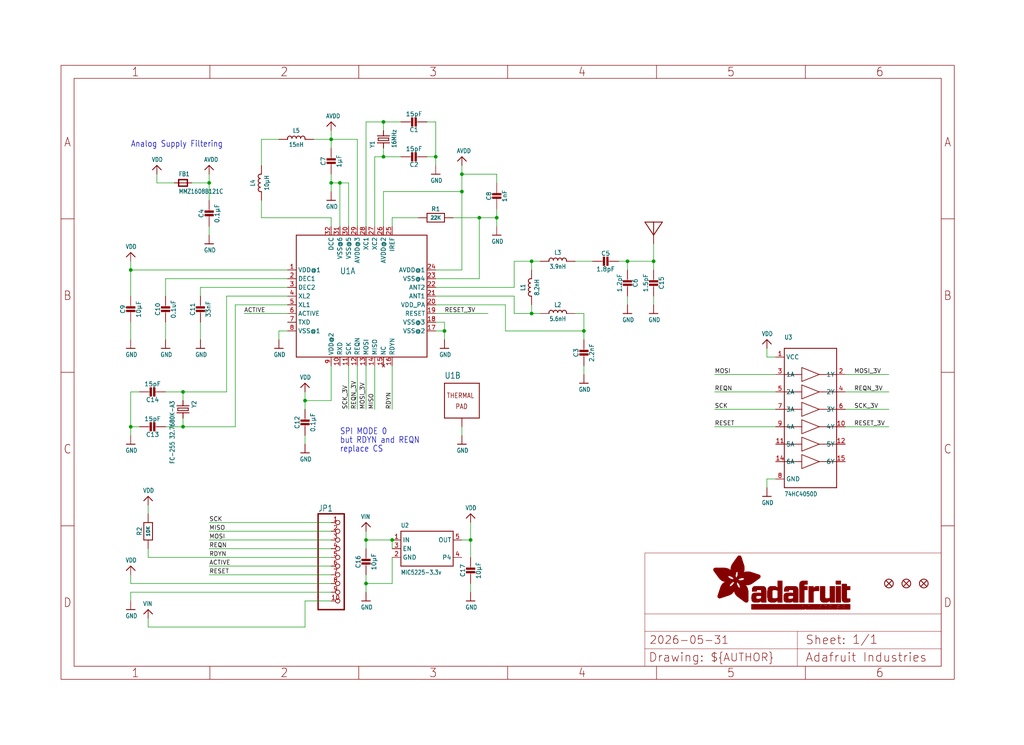
<source format=kicad_sch>
(kicad_sch (version 20230121) (generator eeschema)
  (paper "User" 298.45 217.322)
  (lib_symbols
    (symbol "working-eagle-import:74HC4050DTSSOP"
      (property "Reference" "U" (at -7.62 22.86 0))
      (symbol "74HC4050DTSSOP_1_0"
        (pin bidirectional line (at -10.16 17.78 0) (length 2.54) (name "VCC") (number "1"))
        (pin bidirectional line (at 10.16 -2.54 180) (length 2.54) (name "4Y") (number "10"))
        (pin bidirectional line (at -10.16 -7.62 0) (length 2.54) (name "5A") (number "11"))
        (pin bidirectional line (at 10.16 -7.62 180) (length 2.54) (name "5Y") (number "12"))
        (pin bidirectional line (at -10.16 -12.7 0) (length 2.54) (name "6A") (number "14"))
        (pin bidirectional line (at 10.16 -12.7 180) (length 2.54) (name "6Y") (number "15"))
        (pin bidirectional line (at 10.16 12.7 180) (length 2.54) (name "1Y") (number "2"))
        (pin bidirectional line (at -10.16 12.7 0) (length 2.54) (name "1A") (number "3"))
        (pin bidirectional line (at 10.16 7.62 180) (length 2.54) (name "2Y") (number "4"))
        (pin bidirectional line (at -10.16 7.62 0) (length 2.54) (name "2A") (number "5"))
        (pin bidirectional line (at 10.16 2.54 180) (length 2.54) (name "3Y") (number "6"))
        (pin bidirectional line (at -10.16 2.54 0) (length 2.54) (name "3A") (number "7"))
        (pin bidirectional line (at -10.16 -17.78 0) (length 2.54) (name "GND") (number "8"))
        (pin bidirectional line (at -10.16 -2.54 0) (length 2.54) (name "4A") (number "9"))
      )
    )
    (symbol "working-eagle-import:ANTENNA_PCBNRF8001_1.6MM"
      (symbol "ANTENNA_PCBNRF8001_1.6MM_1_0"
        (pin passive line (at 0 -2.54 90) (length 2.54) (name "P$1") (number "FEED"))
      )
    )
    (symbol "working-eagle-import:AVDD" (power)
      (property "Value" "AVDD" (at -1.524 1.016 0))
      (symbol "AVDD_1_0"
        (pin power_in line (at 0 -2.54 90) (length 2.54) (name "AVDD") (number "1"))
      )
    )
    (symbol "working-eagle-import:CAP_CERAMIC0805-NOOUTLINE"
      (property "Reference" "C" (at -2.29 1.25 90))
      (symbol "CAP_CERAMIC0805-NOOUTLINE_1_0"
        (pin passive line (at 0 5.08 270) (length 2.54) (name "1") (number "1"))
        (pin passive line (at 0 -2.54 90) (length 2.54) (name "2") (number "2"))
      )
    )
    (symbol "working-eagle-import:CAP_CERAMIC_0402"
      (property "Reference" "C" (at -2.29 1.25 90))
      (symbol "CAP_CERAMIC_0402_1_0"
        (pin passive line (at 0 5.08 270) (length 2.54) (name "1") (number "1"))
        (pin passive line (at 0 -2.54 90) (length 2.54) (name "2") (number "2"))
      )
    )
    (symbol "working-eagle-import:CAP_CERAMIC_0402MP"
      (property "Reference" "C" (at -2.29 1.25 90))
      (symbol "CAP_CERAMIC_0402MP_1_0"
        (pin passive line (at 0 5.08 270) (length 2.54) (name "1") (number "1"))
        (pin passive line (at 0 -2.54 90) (length 2.54) (name "2") (number "2"))
      )
    )
    (symbol "working-eagle-import:CAP_CERAMIC_0603"
      (property "Reference" "C" (at -2.29 1.25 90))
      (symbol "CAP_CERAMIC_0603_1_0"
        (pin passive line (at 0 5.08 270) (length 2.54) (name "1") (number "1"))
        (pin passive line (at 0 -2.54 90) (length 2.54) (name "2") (number "2"))
      )
    )
    (symbol "working-eagle-import:CRYSTAL3.2X2.5"
      (property "Reference" "Y" (at -2.54 2.54 0))
      (symbol "CRYSTAL3.2X2.5_1_0"
        (pin passive line (at -2.54 0 0) (length 0) (name "1") (number "1"))
        (pin passive line (at 2.54 0 180) (length 0) (name "2") (number "2"))
      )
    )
    (symbol "working-eagle-import:CRYSTAL8.0X3.8"
      (property "Reference" "Y" (at -2.54 2.54 0))
      (symbol "CRYSTAL8.0X3.8_1_0"
        (pin passive line (at -2.54 0 0) (length 0) (name "1") (number "P$1"))
        (pin passive line (at 2.54 0 180) (length 0) (name "2") (number "P$4"))
      )
    )
    (symbol "working-eagle-import:FERRITE0805"
      (property "Reference" "FB" (at -1.27 1.905 0))
      (symbol "FERRITE0805_1_0"
        (pin passive line (at -2.54 0 0) (length 2.54) (name "P$1") (number "1"))
        (pin passive line (at 2.54 0 180) (length 2.54) (name "P$2") (number "2"))
      )
    )
    (symbol "working-eagle-import:FIDUCIAL{dblquote}{dblquote}")
    (symbol "working-eagle-import:FRAME_A4_ADAFRUIT"
      (symbol "FRAME_A4_ADAFRUIT_1_0"
        (text "${#}/${##}" (at 230.505 10.16 0) (effects (font (size 2.54 2.54)) (justify left bottom)))
        (text "${AUTHOR}" (at 189.23 5.08 0) (effects (font (size 2.286 2.286)) (justify left bottom)))
        (text "${CURRENT_DATE}" (at 171.45 10.16 0) (effects (font (size 2.286 2.286)) (justify left bottom)))
        (text "${PROJECTNAME}" (at 171.45 15.24 0) (effects (font (size 2.54 2.54)) (justify left bottom)))
        (text "1" (at 21.6958 1.905 0) (effects (font (size 2.54 2.286))))
        (text "1" (at 21.6958 177.165 0) (effects (font (size 2.54 2.286))))
        (text "2" (at 65.0875 1.905 0) (effects (font (size 2.54 2.286))))
        (text "2" (at 65.0875 177.165 0) (effects (font (size 2.54 2.286))))
        (text "3" (at 108.4792 1.905 0) (effects (font (size 2.54 2.286))))
        (text "3" (at 108.4792 177.165 0) (effects (font (size 2.54 2.286))))
        (text "4" (at 151.8708 1.905 0) (effects (font (size 2.54 2.286))))
        (text "4" (at 151.8708 177.165 0) (effects (font (size 2.54 2.286))))
        (text "5" (at 195.2625 1.905 0) (effects (font (size 2.54 2.286))))
        (text "5" (at 195.2625 177.165 0) (effects (font (size 2.54 2.286))))
        (text "6" (at 238.6542 1.905 0) (effects (font (size 2.54 2.286))))
        (text "6" (at 238.6542 177.165 0) (effects (font (size 2.54 2.286))))
        (text "A" (at 1.905 156.6863 0) (effects (font (size 2.54 2.286))))
        (text "A" (at 258.445 156.6863 0) (effects (font (size 2.54 2.286))))
        (text "Adafruit Industries" (at 216.916 4.953 0) (effects (font (size 2.54 2.54)) (justify left bottom)))
        (text "B" (at 1.905 111.9188 0) (effects (font (size 2.54 2.286))))
        (text "B" (at 258.445 111.9188 0) (effects (font (size 2.54 2.286))))
        (text "C" (at 1.905 67.1513 0) (effects (font (size 2.54 2.286))))
        (text "C" (at 258.445 67.1513 0) (effects (font (size 2.54 2.286))))
        (text "D" (at 1.905 22.3838 0) (effects (font (size 2.54 2.286))))
        (text "D" (at 258.445 22.3838 0) (effects (font (size 2.54 2.286))))
        (text "Drawing:" (at 171.196 4.953 0) (effects (font (size 2.54 2.54)) (justify left bottom)))
        (text "Sheet:" (at 216.916 10.033 0) (effects (font (size 2.54 2.54)) (justify left bottom)))
      )
    )
    (symbol "working-eagle-import:GND" (power)
      (property "Value" "GND" (at -1.524 -2.54 0))
      (symbol "GND_1_0"
        (pin power_in line (at 0 2.54 270) (length 2.54) (name "GND") (number "1"))
      )
    )
    (symbol "working-eagle-import:HEADER-1X1070MIL"
      (property "Reference" "JP" (at -6.35 13.335 0))
      (symbol "HEADER-1X1070MIL_1_0"
        (pin passive inverted (at -2.54 10.16 0) (length 2.54) (name "1") (number "1"))
        (pin passive inverted (at -2.54 -12.7 0) (length 2.54) (name "10") (number "10"))
        (pin passive inverted (at -2.54 7.62 0) (length 2.54) (name "2") (number "2"))
        (pin passive inverted (at -2.54 5.08 0) (length 2.54) (name "3") (number "3"))
        (pin passive inverted (at -2.54 2.54 0) (length 2.54) (name "4") (number "4"))
        (pin passive inverted (at -2.54 0 0) (length 2.54) (name "5") (number "5"))
        (pin passive inverted (at -2.54 -2.54 0) (length 2.54) (name "6") (number "6"))
        (pin passive inverted (at -2.54 -5.08 0) (length 2.54) (name "7") (number "7"))
        (pin passive inverted (at -2.54 -7.62 0) (length 2.54) (name "8") (number "8"))
        (pin passive inverted (at -2.54 -10.16 0) (length 2.54) (name "9") (number "9"))
      )
    )
    (symbol "working-eagle-import:INDUCTOR_0402"
      (property "Reference" "L" (at 0 2.54 0))
      (symbol "INDUCTOR_0402_1_0"
        (pin passive line (at -5.08 0 0) (length 2.54) (name "1") (number "1"))
        (pin passive line (at 5.08 0 180) (length 2.54) (name "2") (number "2"))
      )
    )
    (symbol "working-eagle-import:INDUCTOR_0603"
      (property "Reference" "L" (at 0 2.54 0))
      (symbol "INDUCTOR_0603_1_0"
        (pin passive line (at -5.08 0 0) (length 2.54) (name "1") (number "1"))
        (pin passive line (at 5.08 0 180) (length 2.54) (name "2") (number "2"))
      )
    )
    (symbol "working-eagle-import:NRF8001"
      (property "Reference" "U" (at -5.08 6.35 0))
      (symbol "NRF8001_1_0"
        (pin power_in line (at -20.32 7.62 0) (length 2.54) (name "VDD@1") (number "1"))
        (pin input line (at -5.08 -20.32 90) (length 2.54) (name "RXD") (number "10"))
        (pin input line (at -2.54 -20.32 90) (length 2.54) (name "SCK") (number "11"))
        (pin input line (at 0 -20.32 90) (length 2.54) (name "REQN") (number "12"))
        (pin input line (at 2.54 -20.32 90) (length 2.54) (name "MOSI") (number "13"))
        (pin output line (at 5.08 -20.32 90) (length 2.54) (name "MISO") (number "14"))
        (pin no_connect line (at 7.62 -20.32 90) (length 2.54) (name "NC") (number "15"))
        (pin output line (at 10.16 -20.32 90) (length 2.54) (name "RDYN") (number "16"))
        (pin power_in line (at 22.86 -10.16 180) (length 2.54) (name "VSS@2") (number "17"))
        (pin power_in line (at 22.86 -7.62 180) (length 2.54) (name "VSS@3") (number "18"))
        (pin input line (at 22.86 -5.08 180) (length 2.54) (name "RESET") (number "19"))
        (pin bidirectional line (at -20.32 5.08 0) (length 2.54) (name "DEC1") (number "2"))
        (pin bidirectional line (at 22.86 -2.54 180) (length 2.54) (name "VDD_PA") (number "20"))
        (pin bidirectional line (at 22.86 0 180) (length 2.54) (name "ANT1") (number "21"))
        (pin bidirectional line (at 22.86 2.54 180) (length 2.54) (name "ANT2") (number "22"))
        (pin power_in line (at 22.86 5.08 180) (length 2.54) (name "VSS@4") (number "23"))
        (pin power_in line (at 22.86 7.62 180) (length 2.54) (name "AVDD@1") (number "24"))
        (pin output line (at 10.16 20.32 270) (length 2.54) (name "IREF") (number "25"))
        (pin power_in line (at 7.62 20.32 270) (length 2.54) (name "AVDD@2") (number "26"))
        (pin output line (at 5.08 20.32 270) (length 2.54) (name "XC2") (number "27"))
        (pin input line (at 2.54 20.32 270) (length 2.54) (name "XC1") (number "28"))
        (pin power_in line (at 0 20.32 270) (length 2.54) (name "AVDD@3") (number "29"))
        (pin bidirectional line (at -20.32 2.54 0) (length 2.54) (name "DEC2") (number "3"))
        (pin power_in line (at -2.54 20.32 270) (length 2.54) (name "VSS@5") (number "30"))
        (pin power_in line (at -5.08 20.32 270) (length 2.54) (name "VSS@6") (number "31"))
        (pin bidirectional line (at -7.62 20.32 270) (length 2.54) (name "DCC") (number "32"))
        (pin output line (at -20.32 0 0) (length 2.54) (name "XL2") (number "4"))
        (pin input line (at -20.32 -2.54 0) (length 2.54) (name "XL1") (number "5"))
        (pin output line (at -20.32 -5.08 0) (length 2.54) (name "ACTIVE") (number "6"))
        (pin output line (at -20.32 -7.62 0) (length 2.54) (name "TXD") (number "7"))
        (pin power_in line (at -20.32 -10.16 0) (length 2.54) (name "VSS@1") (number "8"))
        (pin power_in line (at -7.62 -20.32 90) (length 2.54) (name "VDD@2") (number "9"))
      )
      (symbol "NRF8001_2_0"
        (text "PAD" (at -1.905 -2.54 0) (effects (font (size 1.4224 1.209)) (justify left bottom)))
        (text "THERMAL" (at -4.445 0.635 0) (effects (font (size 1.4224 1.209)) (justify left bottom)))
        (pin power_in line (at 0 -7.62 90) (length 2.54) (name "TP") (number "33"))
      )
    )
    (symbol "working-eagle-import:RESISTOR0805_NOOUTLINE"
      (property "Reference" "R" (at 0 2.54 0))
      (symbol "RESISTOR0805_NOOUTLINE_1_0"
        (pin passive line (at -5.08 0 0) (length 2.54) (name "1") (number "1"))
        (pin passive line (at 5.08 0 180) (length 2.54) (name "2") (number "2"))
      )
    )
    (symbol "working-eagle-import:RESISTOR_0805MP"
      (property "Reference" "R" (at 0 2.54 0))
      (symbol "RESISTOR_0805MP_1_0"
        (pin passive line (at -5.08 0 0) (length 2.54) (name "1") (number "1"))
        (pin passive line (at 5.08 0 180) (length 2.54) (name "2") (number "2"))
      )
    )
    (symbol "working-eagle-import:VDD" (power)
      (property "Value" "VDD" (at -1.524 1.016 0))
      (symbol "VDD_1_0"
        (pin power_in line (at 0 -2.54 90) (length 2.54) (name "VDD") (number "1"))
      )
    )
    (symbol "working-eagle-import:VIN" (power)
      (property "Value" "VIN" (at -1.524 1.016 0))
      (symbol "VIN_1_0"
        (pin power_in line (at 0 -2.54 90) (length 2.54) (name "VIN") (number "1"))
      )
    )
    (symbol "working-eagle-import:VREG_SOT23-5"
      (property "Reference" "U" (at -7.62 6.096 0))
      (symbol "VREG_SOT23-5_1_0"
        (pin power_in line (at -10.16 2.54 0) (length 2.54) (name "IN") (number "1"))
        (pin power_in line (at -10.16 -2.54 0) (length 2.54) (name "GND") (number "2"))
        (pin input line (at -10.16 0 0) (length 2.54) (name "EN") (number "3"))
        (pin bidirectional line (at 10.16 -2.54 180) (length 2.54) (name "P4") (number "4"))
        (pin power_in line (at 10.16 2.54 180) (length 2.54) (name "OUT") (number "5"))
      )
    )
  )
  (junction (at 182.88 76.2))
  (junction (at 106.68 170.18))
  (junction (at 144.78 63.5))
  (junction (at 139.7 63.5))
  (junction (at 96.52 53.34))
  (junction (at 96.52 40.64))
  (junction (at 154.94 76.2))
  (junction (at 38.1 124.46))
  (junction (at 99.06 53.34))
  (junction (at 53.34 114.3))
  (junction (at 129.54 96.52))
  (junction (at 38.1 78.74))
  (junction (at 88.9 116.84))
  (junction (at 170.18 96.52))
  (junction (at 111.76 45.72))
  (junction (at 60.96 53.34))
  (junction (at 111.76 35.56))
  (junction (at 127 45.72))
  (junction (at 106.68 157.48))
  (junction (at 114.3 157.48))
  (junction (at 190.5 76.2))
  (junction (at 137.16 157.48))
  (junction (at 53.34 124.46))
  (junction (at 134.62 55.88))
  (junction (at 134.62 50.8))
  (junction (at 154.94 91.44))
  (wire (pts (xy 139.7 63.5) (xy 144.78 63.5)) (stroke (width 0.1524)))
  (wire (pts (xy 60.96 66.04) (xy 60.96 68.58)) (stroke (width 0.1524)))
  (wire (pts (xy 111.76 38.1) (xy 111.76 35.56)) (stroke (width 0.1524)))
  (wire (pts (xy 45.72 53.34) (xy 50.8 53.34)) (stroke (width 0.1524)))
  (wire (pts (xy 132.08 63.5) (xy 139.7 63.5)) (stroke (width 0.1524)))
  (wire (pts (xy 43.18 162.56) (xy 43.18 160.02)) (stroke (width 0.1524)))
  (wire (pts (xy 134.62 127) (xy 134.62 124.46)) (stroke (width 0.1524)))
  (wire (pts (xy 101.6 53.34) (xy 101.6 66.04)) (stroke (width 0.1524)))
  (wire (pts (xy 246.38 114.3) (xy 259.08 114.3)) (stroke (width 0.1524)))
  (wire (pts (xy 45.72 50.8) (xy 45.72 53.34)) (stroke (width 0.1524)))
  (wire (pts (xy 96.52 40.64) (xy 91.44 40.64)) (stroke (width 0.1524)))
  (wire (pts (xy 88.9 127) (xy 88.9 129.54)) (stroke (width 0.1524)))
  (wire (pts (xy 48.26 124.46) (xy 53.34 124.46)) (stroke (width 0.1524)))
  (wire (pts (xy 114.3 66.04) (xy 114.3 63.5)) (stroke (width 0.1524)))
  (wire (pts (xy 43.18 149.86) (xy 43.18 147.32)) (stroke (width 0.1524)))
  (wire (pts (xy 127 91.44) (xy 142.24 91.44)) (stroke (width 0.1524)))
  (wire (pts (xy 111.76 55.88) (xy 134.62 55.88)) (stroke (width 0.1524)))
  (wire (pts (xy 226.06 119.38) (xy 208.28 119.38)) (stroke (width 0.1524)))
  (wire (pts (xy 48.26 114.3) (xy 53.34 114.3)) (stroke (width 0.1524)))
  (wire (pts (xy 226.06 109.22) (xy 208.28 109.22)) (stroke (width 0.1524)))
  (wire (pts (xy 76.2 63.5) (xy 96.52 63.5)) (stroke (width 0.1524)))
  (wire (pts (xy 96.52 63.5) (xy 96.52 66.04)) (stroke (width 0.1524)))
  (wire (pts (xy 38.1 78.74) (xy 38.1 76.2)) (stroke (width 0.1524)))
  (wire (pts (xy 170.18 96.52) (xy 170.18 99.06)) (stroke (width 0.1524)))
  (wire (pts (xy 114.3 63.5) (xy 121.92 63.5)) (stroke (width 0.1524)))
  (wire (pts (xy 127 83.82) (xy 149.86 83.82)) (stroke (width 0.1524)))
  (wire (pts (xy 96.52 53.34) (xy 99.06 53.34)) (stroke (width 0.1524)))
  (wire (pts (xy 149.86 86.36) (xy 149.86 91.44)) (stroke (width 0.1524)))
  (wire (pts (xy 43.18 162.56) (xy 96.52 162.56)) (stroke (width 0.1524)))
  (wire (pts (xy 38.1 170.18) (xy 96.52 170.18)) (stroke (width 0.1524)))
  (wire (pts (xy 88.9 175.26) (xy 96.52 175.26)) (stroke (width 0.1524)))
  (wire (pts (xy 226.06 124.46) (xy 208.28 124.46)) (stroke (width 0.1524)))
  (wire (pts (xy 114.3 170.18) (xy 106.68 170.18)) (stroke (width 0.1524)))
  (wire (pts (xy 53.34 114.3) (xy 53.34 116.84)) (stroke (width 0.1524)))
  (wire (pts (xy 127 93.98) (xy 129.54 93.98)) (stroke (width 0.1524)))
  (wire (pts (xy 106.68 157.48) (xy 106.68 154.94)) (stroke (width 0.1524)))
  (wire (pts (xy 76.2 58.42) (xy 76.2 63.5)) (stroke (width 0.1524)))
  (wire (pts (xy 83.82 86.36) (xy 66.04 86.36)) (stroke (width 0.1524)))
  (wire (pts (xy 111.76 45.72) (xy 116.84 45.72)) (stroke (width 0.1524)))
  (wire (pts (xy 68.58 88.9) (xy 68.58 124.46)) (stroke (width 0.1524)))
  (wire (pts (xy 83.82 78.74) (xy 38.1 78.74)) (stroke (width 0.1524)))
  (wire (pts (xy 99.06 53.34) (xy 101.6 53.34)) (stroke (width 0.1524)))
  (wire (pts (xy 129.54 96.52) (xy 129.54 99.06)) (stroke (width 0.1524)))
  (wire (pts (xy 96.52 53.34) (xy 96.52 55.88)) (stroke (width 0.1524)))
  (wire (pts (xy 104.14 106.68) (xy 104.14 119.38)) (stroke (width 0.1524)))
  (wire (pts (xy 259.08 119.38) (xy 246.38 119.38)) (stroke (width 0.1524)))
  (wire (pts (xy 223.52 139.7) (xy 223.52 142.24)) (stroke (width 0.1524)))
  (wire (pts (xy 134.62 55.88) (xy 134.62 50.8)) (stroke (width 0.1524)))
  (wire (pts (xy 88.9 116.84) (xy 88.9 119.38)) (stroke (width 0.1524)))
  (wire (pts (xy 190.5 78.74) (xy 190.5 76.2)) (stroke (width 0.1524)))
  (wire (pts (xy 96.52 167.64) (xy 60.96 167.64)) (stroke (width 0.1524)))
  (wire (pts (xy 124.46 35.56) (xy 127 35.56)) (stroke (width 0.1524)))
  (wire (pts (xy 40.64 124.46) (xy 38.1 124.46)) (stroke (width 0.1524)))
  (wire (pts (xy 137.16 170.18) (xy 137.16 172.72)) (stroke (width 0.1524)))
  (wire (pts (xy 83.82 96.52) (xy 81.28 96.52)) (stroke (width 0.1524)))
  (wire (pts (xy 144.78 50.8) (xy 144.78 53.34)) (stroke (width 0.1524)))
  (wire (pts (xy 246.38 124.46) (xy 259.08 124.46)) (stroke (width 0.1524)))
  (wire (pts (xy 104.14 40.64) (xy 104.14 66.04)) (stroke (width 0.1524)))
  (wire (pts (xy 99.06 53.34) (xy 99.06 66.04)) (stroke (width 0.1524)))
  (wire (pts (xy 48.26 81.28) (xy 48.26 86.36)) (stroke (width 0.1524)))
  (wire (pts (xy 106.68 157.48) (xy 106.68 160.02)) (stroke (width 0.1524)))
  (wire (pts (xy 114.3 157.48) (xy 106.68 157.48)) (stroke (width 0.1524)))
  (wire (pts (xy 96.52 50.8) (xy 96.52 53.34)) (stroke (width 0.1524)))
  (wire (pts (xy 149.86 83.82) (xy 149.86 76.2)) (stroke (width 0.1524)))
  (wire (pts (xy 109.22 66.04) (xy 109.22 45.72)) (stroke (width 0.1524)))
  (wire (pts (xy 96.52 106.68) (xy 96.52 116.84)) (stroke (width 0.1524)))
  (wire (pts (xy 226.06 139.7) (xy 223.52 139.7)) (stroke (width 0.1524)))
  (wire (pts (xy 170.18 91.44) (xy 170.18 96.52)) (stroke (width 0.1524)))
  (wire (pts (xy 109.22 106.68) (xy 109.22 119.38)) (stroke (width 0.1524)))
  (wire (pts (xy 111.76 35.56) (xy 116.84 35.56)) (stroke (width 0.1524)))
  (wire (pts (xy 96.52 116.84) (xy 88.9 116.84)) (stroke (width 0.1524)))
  (wire (pts (xy 38.1 172.72) (xy 96.52 172.72)) (stroke (width 0.1524)))
  (wire (pts (xy 83.82 88.9) (xy 68.58 88.9)) (stroke (width 0.1524)))
  (wire (pts (xy 60.96 53.34) (xy 60.96 58.42)) (stroke (width 0.1524)))
  (wire (pts (xy 127 96.52) (xy 129.54 96.52)) (stroke (width 0.1524)))
  (wire (pts (xy 66.04 114.3) (xy 53.34 114.3)) (stroke (width 0.1524)))
  (wire (pts (xy 182.88 76.2) (xy 190.5 76.2)) (stroke (width 0.1524)))
  (wire (pts (xy 190.5 76.2) (xy 190.5 71.12)) (stroke (width 0.1524)))
  (wire (pts (xy 114.3 160.02) (xy 114.3 157.48)) (stroke (width 0.1524)))
  (wire (pts (xy 60.96 165.1) (xy 96.52 165.1)) (stroke (width 0.1524)))
  (wire (pts (xy 38.1 93.98) (xy 38.1 99.06)) (stroke (width 0.1524)))
  (wire (pts (xy 127 86.36) (xy 149.86 86.36)) (stroke (width 0.1524)))
  (wire (pts (xy 149.86 91.44) (xy 154.94 91.44)) (stroke (width 0.1524)))
  (wire (pts (xy 40.64 114.3) (xy 38.1 114.3)) (stroke (width 0.1524)))
  (wire (pts (xy 76.2 40.64) (xy 76.2 48.26)) (stroke (width 0.1524)))
  (wire (pts (xy 58.42 93.98) (xy 58.42 99.06)) (stroke (width 0.1524)))
  (wire (pts (xy 134.62 157.48) (xy 137.16 157.48)) (stroke (width 0.1524)))
  (wire (pts (xy 111.76 43.18) (xy 111.76 45.72)) (stroke (width 0.1524)))
  (wire (pts (xy 55.88 53.34) (xy 60.96 53.34)) (stroke (width 0.1524)))
  (wire (pts (xy 190.5 86.36) (xy 190.5 88.9)) (stroke (width 0.1524)))
  (wire (pts (xy 60.96 160.02) (xy 96.52 160.02)) (stroke (width 0.1524)))
  (wire (pts (xy 154.94 91.44) (xy 157.48 91.44)) (stroke (width 0.1524)))
  (wire (pts (xy 127 88.9) (xy 147.32 88.9)) (stroke (width 0.1524)))
  (wire (pts (xy 144.78 60.96) (xy 144.78 63.5)) (stroke (width 0.1524)))
  (wire (pts (xy 106.68 106.68) (xy 106.68 119.38)) (stroke (width 0.1524)))
  (wire (pts (xy 106.68 35.56) (xy 111.76 35.56)) (stroke (width 0.1524)))
  (wire (pts (xy 81.28 96.52) (xy 81.28 99.06)) (stroke (width 0.1524)))
  (wire (pts (xy 83.82 83.82) (xy 58.42 83.82)) (stroke (width 0.1524)))
  (wire (pts (xy 88.9 175.26) (xy 88.9 182.88)) (stroke (width 0.1524)))
  (wire (pts (xy 58.42 83.82) (xy 58.42 86.36)) (stroke (width 0.1524)))
  (wire (pts (xy 182.88 78.74) (xy 182.88 76.2)) (stroke (width 0.1524)))
  (wire (pts (xy 96.52 40.64) (xy 96.52 43.18)) (stroke (width 0.1524)))
  (wire (pts (xy 60.96 152.4) (xy 96.52 152.4)) (stroke (width 0.1524)))
  (wire (pts (xy 167.64 76.2) (xy 172.72 76.2)) (stroke (width 0.1524)))
  (wire (pts (xy 106.68 167.64) (xy 106.68 170.18)) (stroke (width 0.1524)))
  (wire (pts (xy 109.22 45.72) (xy 111.76 45.72)) (stroke (width 0.1524)))
  (wire (pts (xy 60.96 154.94) (xy 96.52 154.94)) (stroke (width 0.1524)))
  (wire (pts (xy 137.16 157.48) (xy 137.16 152.4)) (stroke (width 0.1524)))
  (wire (pts (xy 134.62 50.8) (xy 144.78 50.8)) (stroke (width 0.1524)))
  (wire (pts (xy 114.3 106.68) (xy 114.3 119.38)) (stroke (width 0.1524)))
  (wire (pts (xy 154.94 76.2) (xy 157.48 76.2)) (stroke (width 0.1524)))
  (wire (pts (xy 38.1 170.18) (xy 38.1 167.64)) (stroke (width 0.1524)))
  (wire (pts (xy 144.78 63.5) (xy 144.78 66.04)) (stroke (width 0.1524)))
  (wire (pts (xy 68.58 124.46) (xy 53.34 124.46)) (stroke (width 0.1524)))
  (wire (pts (xy 182.88 86.36) (xy 182.88 88.9)) (stroke (width 0.1524)))
  (wire (pts (xy 127 35.56) (xy 127 45.72)) (stroke (width 0.1524)))
  (wire (pts (xy 246.38 109.22) (xy 259.08 109.22)) (stroke (width 0.1524)))
  (wire (pts (xy 88.9 182.88) (xy 43.18 182.88)) (stroke (width 0.1524)))
  (wire (pts (xy 106.68 170.18) (xy 106.68 172.72)) (stroke (width 0.1524)))
  (wire (pts (xy 170.18 106.68) (xy 170.18 109.22)) (stroke (width 0.1524)))
  (wire (pts (xy 101.6 106.68) (xy 101.6 119.38)) (stroke (width 0.1524)))
  (wire (pts (xy 223.52 104.14) (xy 223.52 101.6)) (stroke (width 0.1524)))
  (wire (pts (xy 38.1 124.46) (xy 38.1 127)) (stroke (width 0.1524)))
  (wire (pts (xy 66.04 86.36) (xy 66.04 114.3)) (stroke (width 0.1524)))
  (wire (pts (xy 81.28 40.64) (xy 76.2 40.64)) (stroke (width 0.1524)))
  (wire (pts (xy 180.34 76.2) (xy 182.88 76.2)) (stroke (width 0.1524)))
  (wire (pts (xy 48.26 93.98) (xy 48.26 99.06)) (stroke (width 0.1524)))
  (wire (pts (xy 167.64 91.44) (xy 170.18 91.44)) (stroke (width 0.1524)))
  (wire (pts (xy 154.94 78.74) (xy 154.94 76.2)) (stroke (width 0.1524)))
  (wire (pts (xy 149.86 76.2) (xy 154.94 76.2)) (stroke (width 0.1524)))
  (wire (pts (xy 43.18 182.88) (xy 43.18 180.34)) (stroke (width 0.1524)))
  (wire (pts (xy 137.16 157.48) (xy 137.16 162.56)) (stroke (width 0.1524)))
  (wire (pts (xy 96.52 40.64) (xy 104.14 40.64)) (stroke (width 0.1524)))
  (wire (pts (xy 38.1 172.72) (xy 38.1 175.26)) (stroke (width 0.1524)))
  (wire (pts (xy 38.1 114.3) (xy 38.1 124.46)) (stroke (width 0.1524)))
  (wire (pts (xy 154.94 88.9) (xy 154.94 91.44)) (stroke (width 0.1524)))
  (wire (pts (xy 106.68 66.04) (xy 106.68 35.56)) (stroke (width 0.1524)))
  (wire (pts (xy 38.1 78.74) (xy 38.1 86.36)) (stroke (width 0.1524)))
  (wire (pts (xy 83.82 91.44) (xy 71.12 91.44)) (stroke (width 0.1524)))
  (wire (pts (xy 60.96 157.48) (xy 96.52 157.48)) (stroke (width 0.1524)))
  (wire (pts (xy 226.06 104.14) (xy 223.52 104.14)) (stroke (width 0.1524)))
  (wire (pts (xy 139.7 81.28) (xy 139.7 63.5)) (stroke (width 0.1524)))
  (wire (pts (xy 134.62 48.26) (xy 134.62 50.8)) (stroke (width 0.1524)))
  (wire (pts (xy 127 78.74) (xy 134.62 78.74)) (stroke (width 0.1524)))
  (wire (pts (xy 114.3 162.56) (xy 114.3 170.18)) (stroke (width 0.1524)))
  (wire (pts (xy 147.32 88.9) (xy 147.32 96.52)) (stroke (width 0.1524)))
  (wire (pts (xy 226.06 114.3) (xy 208.28 114.3)) (stroke (width 0.1524)))
  (wire (pts (xy 147.32 96.52) (xy 170.18 96.52)) (stroke (width 0.1524)))
  (wire (pts (xy 111.76 66.04) (xy 111.76 55.88)) (stroke (width 0.1524)))
  (wire (pts (xy 129.54 93.98) (xy 129.54 96.52)) (stroke (width 0.1524)))
  (wire (pts (xy 124.46 45.72) (xy 127 45.72)) (stroke (width 0.1524)))
  (wire (pts (xy 134.62 78.74) (xy 134.62 55.88)) (stroke (width 0.1524)))
  (wire (pts (xy 96.52 38.1) (xy 96.52 40.64)) (stroke (width 0.1524)))
  (wire (pts (xy 127 81.28) (xy 139.7 81.28)) (stroke (width 0.1524)))
  (wire (pts (xy 53.34 124.46) (xy 53.34 121.92)) (stroke (width 0.1524)))
  (wire (pts (xy 88.9 114.3) (xy 88.9 116.84)) (stroke (width 0.1524)))
  (wire (pts (xy 83.82 81.28) (xy 48.26 81.28)) (stroke (width 0.1524)))
  (wire (pts (xy 127 45.72) (xy 127 48.26)) (stroke (width 0.1524)))
  (wire (pts (xy 60.96 53.34) (xy 60.96 50.8)) (stroke (width 0.1524)))
  (text "SPI MODE 0" (at 99.06 127 0) (effects (font (size 1.778 1.5113)) (justify left bottom)))
  (text "Analog Supply Filtering" (at 38.1 43.18 0) (effects (font (size 1.778 1.5113)) (justify left bottom)))
  (text "but RDYN and REQN" (at 99.06 129.54 0) (effects (font (size 1.778 1.5113)) (justify left bottom)))
  (text "replace CS" (at 99.06 132.08 0) (effects (font (size 1.778 1.5113)) (justify left bottom)))
  (label "MISO" (at 60.96 154.94 0) (effects (font (size 1.2446 1.2446))))
  (label "MOSI" (at 60.96 157.48 0) (effects (font (size 1.2446 1.2446))))
  (label "RESET" (at 208.28 124.46 0) (effects (font (size 1.2446 1.2446))))
  (label "MOSI_3V" (at 106.68 119.38 90) (effects (font (size 1.2446 1.2446))))
  (label "SCK_3V" (at 248.92 119.38 0) (effects (font (size 1.2446 1.2446))))
  (label "MISO" (at 109.22 119.38 90) (effects (font (size 1.2446 1.2446))))
  (label "REQN" (at 208.28 114.3 0) (effects (font (size 1.2446 1.2446))))
  (label "RESET" (at 60.96 167.64 0) (effects (font (size 1.2446 1.2446))))
  (label "SCK_3V" (at 101.6 119.38 90) (effects (font (size 1.2446 1.2446))))
  (label "REQN_3V" (at 248.92 114.3 0) (effects (font (size 1.2446 1.2446))))
  (label "RDYN" (at 60.96 162.56 0) (effects (font (size 1.2446 1.2446))))
  (label "MOSI_3V" (at 248.92 109.22 0) (effects (font (size 1.2446 1.2446))))
  (label "RESET_3V" (at 129.54 91.44 0) (effects (font (size 1.2446 1.2446))))
  (label "ACTIVE" (at 60.96 165.1 0) (effects (font (size 1.2446 1.2446))))
  (label "SCK" (at 208.28 119.38 0) (effects (font (size 1.2446 1.2446))))
  (label "MOSI" (at 208.28 109.22 0) (effects (font (size 1.2446 1.2446))))
  (label "ACTIVE" (at 71.12 91.44 0) (effects (font (size 1.2446 1.2446))))
  (label "REQN_3V" (at 104.14 119.38 90) (effects (font (size 1.2446 1.2446))))
  (label "REQN" (at 60.96 160.02 0) (effects (font (size 1.2446 1.2446))))
  (label "RESET_3V" (at 248.92 124.46 0) (effects (font (size 1.2446 1.2446))))
  (label "RDYN" (at 114.3 119.38 90) (effects (font (size 1.2446 1.2446))))
  (label "SCK" (at 60.96 152.4 0) (effects (font (size 1.2446 1.2446))))
  (symbol (lib_id "working-eagle-import:GND") (at 137.16 175.26 0) (unit 1)
    (property "Reference" "#U$21" (effects hide))
    (property "Value" "GND" (at 135.636 177.8 0) (effects (font (size 1.27 1.0795)) (justify left bottom)))
  )
  (symbol (lib_id "working-eagle-import:GND") (at 182.88 91.44 0) (unit 1)
    (property "Reference" "#U$2" (effects hide))
    (property "Value" "GND" (at 181.356 93.98 0) (effects (font (size 1.27 1.0795)) (justify left bottom)))
  )
  (symbol (lib_id "working-eagle-import:CAP_CERAMIC0805-NOOUTLINE") (at 96.52 48.26 0) (unit 1)
    (property "Reference" "C7" (at 94.23 47.01 90))
    (property "Value" "1µF" (at 98.82 47.01 90))
    (property "Footprint" "working:0805-NO" (effects hide))
  )
  (symbol (lib_id "working-eagle-import:FERRITE0805") (at 53.34 53.34 0) (unit 1)
    (property "Reference" "FB1" (at 52.07 51.435 0) (effects (font (size 1.27 1.0795)) (justify left bottom)))
    (property "Value" "MMZ1608B121C" (at 52.07 56.515 0) (effects (font (size 1.27 1.0795)) (justify left bottom)))
    (property "Footprint" "working:0805" (effects hide))
  )
  (symbol (lib_id "working-eagle-import:CRYSTAL8.0X3.8") (at 53.34 119.38 270) (unit 1)
    (property "Reference" "Y2" (at 55.88 116.84 0) (effects (font (size 1.27 1.0795)) (justify left bottom)))
    (property "Value" "FC-255 32.7680K-A3" (at 49.53 116.84 0) (effects (font (size 1.27 1.0795)) (justify left bottom)))
    (property "Footprint" "working:CRYSTAL_8X3.8" (effects hide))
  )
  (symbol (lib_id "working-eagle-import:FRAME_A4_ADAFRUIT") (at 17.78 198.12 0) (unit 1)
    (property "Reference" "#U$1" (effects hide))
    (property "Value" "FRAME_A4_ADAFRUIT" (effects hide))
  )
  (symbol (lib_id "working-eagle-import:RESISTOR_0805MP") (at 127 63.5 0) (unit 1)
    (property "Reference" "R1" (at 127 60.96 0))
    (property "Value" "22K" (at 127 63.5 0) (effects (font (size 1.016 1.016) bold)))
    (property "Footprint" "working:_0805MP" (effects hide))
  )
  (symbol (lib_id "working-eagle-import:VIN") (at 106.68 152.4 0) (unit 1)
    (property "Reference" "#U$24" (effects hide))
    (property "Value" "VIN" (at 105.156 151.384 0) (effects (font (size 1.27 1.0795)) (justify left bottom)))
  )
  (symbol (lib_id "working-eagle-import:VDD") (at 223.52 99.06 0) (unit 1)
    (property "Reference" "#U$29" (effects hide))
    (property "Value" "VDD" (at 221.996 98.044 0) (effects (font (size 1.27 1.0795)) (justify left bottom)))
  )
  (symbol (lib_id "working-eagle-import:GND") (at 38.1 129.54 0) (unit 1)
    (property "Reference" "#U$9" (effects hide))
    (property "Value" "GND" (at 36.576 132.08 0) (effects (font (size 1.27 1.0795)) (justify left bottom)))
  )
  (symbol (lib_id "working-eagle-import:GND") (at 58.42 101.6 0) (unit 1)
    (property "Reference" "#U$6" (effects hide))
    (property "Value" "GND" (at 56.896 104.14 0) (effects (font (size 1.27 1.0795)) (justify left bottom)))
  )
  (symbol (lib_id "working-eagle-import:CAP_CERAMIC0805-NOOUTLINE") (at 106.68 165.1 0) (unit 1)
    (property "Reference" "C16" (at 104.39 163.85 90))
    (property "Value" "10µF" (at 108.98 163.85 90))
    (property "Footprint" "working:0805-NO" (effects hide))
  )
  (symbol (lib_id "working-eagle-import:CAP_CERAMIC0805-NOOUTLINE") (at 45.72 124.46 90) (unit 1)
    (property "Reference" "C13" (at 44.47 126.75 90))
    (property "Value" "15pF" (at 44.47 122.16 90))
    (property "Footprint" "working:0805-NO" (effects hide))
  )
  (symbol (lib_id "working-eagle-import:GND") (at 106.68 175.26 0) (unit 1)
    (property "Reference" "#U$25" (effects hide))
    (property "Value" "GND" (at 105.156 177.8 0) (effects (font (size 1.27 1.0795)) (justify left bottom)))
  )
  (symbol (lib_id "working-eagle-import:VDD") (at 38.1 165.1 0) (unit 1)
    (property "Reference" "#U$18" (effects hide))
    (property "Value" "VDD" (at 36.576 164.084 0) (effects (font (size 1.27 1.0795)) (justify left bottom)))
  )
  (symbol (lib_id "working-eagle-import:VDD") (at 88.9 111.76 0) (unit 1)
    (property "Reference" "#U$15" (effects hide))
    (property "Value" "VDD" (at 87.376 110.744 0) (effects (font (size 1.27 1.0795)) (justify left bottom)))
  )
  (symbol (lib_id "working-eagle-import:GND") (at 127 50.8 0) (unit 1)
    (property "Reference" "#U$8" (effects hide))
    (property "Value" "GND" (at 125.476 53.34 0) (effects (font (size 1.27 1.0795)) (justify left bottom)))
  )
  (symbol (lib_id "working-eagle-import:GND") (at 134.62 129.54 0) (unit 1)
    (property "Reference" "#U$60" (effects hide))
    (property "Value" "GND" (at 133.096 132.08 0) (effects (font (size 1.27 1.0795)) (justify left bottom)))
  )
  (symbol (lib_id "working-eagle-import:VDD") (at 43.18 144.78 0) (unit 1)
    (property "Reference" "#U$27" (effects hide))
    (property "Value" "VDD" (at 41.656 143.764 0) (effects (font (size 1.27 1.0795)) (justify left bottom)))
  )
  (symbol (lib_id "working-eagle-import:CAP_CERAMIC0805-NOOUTLINE") (at 60.96 63.5 0) (unit 1)
    (property "Reference" "C4" (at 58.67 62.25 90))
    (property "Value" "0.1µF" (at 63.26 62.25 90))
    (property "Footprint" "working:0805-NO" (effects hide))
  )
  (symbol (lib_id "working-eagle-import:ANTENNA_PCBNRF8001_1.6MM") (at 190.5 68.58 0) (unit 1)
    (property "Reference" "U$28" (effects hide))
    (property "Value" "ANTENNA_PCBNRF8001_1.6MM" (effects hide))
    (property "Footprint" "working:ANT_PCB_2.4GHZ_NRF8001_1.6MM_1OZ" (effects hide))
  )
  (symbol (lib_id "working-eagle-import:GND") (at 129.54 101.6 0) (unit 1)
    (property "Reference" "#U$4" (effects hide))
    (property "Value" "GND" (at 128.016 104.14 0) (effects (font (size 1.27 1.0795)) (justify left bottom)))
  )
  (symbol (lib_id "working-eagle-import:GND") (at 81.28 101.6 0) (unit 1)
    (property "Reference" "#U$5" (effects hide))
    (property "Value" "GND" (at 79.756 104.14 0) (effects (font (size 1.27 1.0795)) (justify left bottom)))
  )
  (symbol (lib_id "working-eagle-import:CAP_CERAMIC_0402MP") (at 182.88 81.28 180) (unit 1)
    (property "Reference" "C6" (at 185.17 82.53 90))
    (property "Value" "1.2pF" (at 180.58 82.53 90))
    (property "Footprint" "working:_0402MP" (effects hide))
  )
  (symbol (lib_id "working-eagle-import:GND") (at 88.9 132.08 0) (unit 1)
    (property "Reference" "#U$16" (effects hide))
    (property "Value" "GND" (at 87.376 134.62 0) (effects (font (size 1.27 1.0795)) (justify left bottom)))
  )
  (symbol (lib_id "working-eagle-import:GND") (at 223.52 144.78 0) (unit 1)
    (property "Reference" "#U$30" (effects hide))
    (property "Value" "GND" (at 221.996 147.32 0) (effects (font (size 1.27 1.0795)) (justify left bottom)))
  )
  (symbol (lib_id "working-eagle-import:GND") (at 190.5 91.44 0) (unit 1)
    (property "Reference" "#U$31" (effects hide))
    (property "Value" "GND" (at 188.976 93.98 0) (effects (font (size 1.27 1.0795)) (justify left bottom)))
  )
  (symbol (lib_id "working-eagle-import:CRYSTAL3.2X2.5") (at 111.76 40.64 90) (unit 1)
    (property "Reference" "Y1" (at 109.22 43.18 0) (effects (font (size 1.27 1.0795)) (justify left bottom)))
    (property "Value" "16MHz" (at 115.57 43.18 0) (effects (font (size 1.27 1.0795)) (justify left bottom)))
    (property "Footprint" "working:CRYSTAL_3.2X2.5" (effects hide))
  )
  (symbol (lib_id "working-eagle-import:CAP_CERAMIC0805-NOOUTLINE") (at 45.72 114.3 90) (unit 1)
    (property "Reference" "C14" (at 44.47 116.59 90))
    (property "Value" "15pF" (at 44.47 112 90))
    (property "Footprint" "working:0805-NO" (effects hide))
  )
  (symbol (lib_id "working-eagle-import:GND") (at 60.96 71.12 0) (unit 1)
    (property "Reference" "#U$72" (effects hide))
    (property "Value" "GND" (at 59.436 73.66 0) (effects (font (size 1.27 1.0795)) (justify left bottom)))
  )
  (symbol (lib_id "working-eagle-import:GND") (at 38.1 177.8 0) (unit 1)
    (property "Reference" "#U$20" (effects hide))
    (property "Value" "GND" (at 36.576 180.34 0) (effects (font (size 1.27 1.0795)) (justify left bottom)))
  )
  (symbol (lib_id "working-eagle-import:CAP_CERAMIC_0402") (at 170.18 104.14 0) (unit 1)
    (property "Reference" "C3" (at 167.89 102.89 90))
    (property "Value" "2.2nF" (at 172.48 102.89 90))
    (property "Footprint" "working:_0402" (effects hide))
  )
  (symbol (lib_id "working-eagle-import:CAP_CERAMIC0805-NOOUTLINE") (at 38.1 91.44 0) (unit 1)
    (property "Reference" "C9" (at 35.81 90.19 90))
    (property "Value" "10µF" (at 40.4 90.19 90))
    (property "Footprint" "working:0805-NO" (effects hide))
  )
  (symbol (lib_id "working-eagle-import:FIDUCIAL{dblquote}{dblquote}") (at 269.24 170.18 0) (unit 1)
    (property "Reference" "FID1" (effects hide))
    (property "Value" "FIDUCIAL{dblquote}{dblquote}" (effects hide))
    (property "Footprint" "working:FIDUCIAL_1MM" (effects hide))
  )
  (symbol (lib_id "working-eagle-import:CAP_CERAMIC0805-NOOUTLINE") (at 48.26 91.44 0) (unit 1)
    (property "Reference" "C10" (at 45.97 90.19 90))
    (property "Value" "0.1uF" (at 50.56 90.19 90))
    (property "Footprint" "working:0805-NO" (effects hide))
  )
  (symbol (lib_id "working-eagle-import:CAP_CERAMIC0805-NOOUTLINE") (at 137.16 167.64 0) (unit 1)
    (property "Reference" "C17" (at 134.87 166.39 90))
    (property "Value" "10µF" (at 139.46 166.39 90))
    (property "Footprint" "working:0805-NO" (effects hide))
  )
  (symbol (lib_id "working-eagle-import:VDD") (at 38.1 73.66 0) (unit 1)
    (property "Reference" "#U$17" (effects hide))
    (property "Value" "VDD" (at 36.576 72.644 0) (effects (font (size 1.27 1.0795)) (justify left bottom)))
  )
  (symbol (lib_id "working-eagle-import:CAP_CERAMIC0805-NOOUTLINE") (at 121.92 45.72 90) (unit 1)
    (property "Reference" "C2" (at 120.67 48.01 90))
    (property "Value" "15pF" (at 120.67 43.42 90))
    (property "Footprint" "working:0805-NO" (effects hide))
  )
  (symbol (lib_id "working-eagle-import:VDD") (at 137.16 149.86 0) (unit 1)
    (property "Reference" "#U$23" (effects hide))
    (property "Value" "VDD" (at 135.636 148.844 0) (effects (font (size 1.27 1.0795)) (justify left bottom)))
  )
  (symbol (lib_id "working-eagle-import:VIN") (at 43.18 177.8 0) (unit 1)
    (property "Reference" "#U$26" (effects hide))
    (property "Value" "VIN" (at 41.656 176.784 0) (effects (font (size 1.27 1.0795)) (justify left bottom)))
  )
  (symbol (lib_id "working-eagle-import:AVDD") (at 60.96 48.26 0) (unit 1)
    (property "Reference" "#U$66" (effects hide))
    (property "Value" "AVDD" (at 59.436 47.244 0) (effects (font (size 1.27 1.0795)) (justify left bottom)))
  )
  (symbol (lib_id "working-eagle-import:CAP_CERAMIC0805-NOOUTLINE") (at 88.9 124.46 0) (unit 1)
    (property "Reference" "C12" (at 86.61 123.21 90))
    (property "Value" "0.1µF" (at 91.2 123.21 90))
    (property "Footprint" "working:0805-NO" (effects hide))
  )
  (symbol (lib_id "working-eagle-import:FIDUCIAL{dblquote}{dblquote}") (at 264.16 170.18 0) (unit 1)
    (property "Reference" "FID2" (effects hide))
    (property "Value" "FIDUCIAL{dblquote}{dblquote}" (effects hide))
    (property "Footprint" "working:FIDUCIAL_1MM" (effects hide))
  )
  (symbol (lib_id "working-eagle-import:INDUCTOR_0402") (at 162.56 91.44 0) (unit 1)
    (property "Reference" "L2" (at 162.56 88.9 0) (effects (font (size 1.27 1.0795))))
    (property "Value" "5.6nH" (at 162.56 92.98 0) (effects (font (size 1.27 1.0795))))
    (property "Footprint" "working:_0402" (effects hide))
  )
  (symbol (lib_id "working-eagle-import:VDD") (at 45.72 48.26 0) (unit 1)
    (property "Reference" "#U$11" (effects hide))
    (property "Value" "VDD" (at 44.196 47.244 0) (effects (font (size 1.27 1.0795)) (justify left bottom)))
  )
  (symbol (lib_id "working-eagle-import:NRF8001") (at 134.62 116.84 0) (unit 2)
    (property "Reference" "U1" (at 129.54 110.49 0) (effects (font (size 1.778 1.5113)) (justify left bottom)))
    (property "Value" "nRF8001" (effects hide))
    (property "Footprint" "working:QFN32_5MM" (effects hide))
  )
  (symbol (lib_id "working-eagle-import:CAP_CERAMIC_0402MP") (at 190.5 81.28 180) (unit 1)
    (property "Reference" "C15" (at 192.79 82.53 90))
    (property "Value" "1.5pF" (at 188.2 82.53 90))
    (property "Footprint" "working:_0402MP" (effects hide))
  )
  (symbol (lib_id "working-eagle-import:GND") (at 144.78 68.58 0) (unit 1)
    (property "Reference" "#U$14" (effects hide))
    (property "Value" "GND" (at 143.256 71.12 0) (effects (font (size 1.27 1.0795)) (justify left bottom)))
  )
  (symbol (lib_id "working-eagle-import:RESISTOR0805_NOOUTLINE") (at 43.18 154.94 90) (unit 1)
    (property "Reference" "R2" (at 40.64 154.94 0))
    (property "Value" "10K" (at 43.18 154.94 0) (effects (font (size 1.016 1.016) bold)))
    (property "Footprint" "working:0805-NO" (effects hide))
  )
  (symbol (lib_id "working-eagle-import:HEADER-1X1070MIL") (at 99.06 162.56 0) (unit 1)
    (property "Reference" "JP1" (at 92.71 149.225 0) (effects (font (size 1.778 1.5113)) (justify left bottom)))
    (property "Value" "HEADER-1X1070MIL" (effects hide))
    (property "Footprint" "working:1X10_ROUND70" (effects hide))
  )
  (symbol (lib_id "working-eagle-import:AVDD") (at 134.62 45.72 0) (unit 1)
    (property "Reference" "#U$13" (effects hide))
    (property "Value" "AVDD" (at 133.096 44.704 0) (effects (font (size 1.27 1.0795)) (justify left bottom)))
  )
  (symbol (lib_id "working-eagle-import:INDUCTOR_0603") (at 76.2 53.34 90) (unit 1)
    (property "Reference" "L4" (at 73.66 53.34 0) (effects (font (size 1.27 1.0795))))
    (property "Value" "10µH" (at 77.74 53.34 0) (effects (font (size 1.27 1.0795))))
    (property "Footprint" "working:_0603" (effects hide))
  )
  (symbol (lib_id "working-eagle-import:74HC4050DTSSOP") (at 236.22 121.92 0) (unit 1)
    (property "Reference" "U3" (at 228.6 99.06 0) (effects (font (size 1.27 1.0795)) (justify left bottom)))
    (property "Value" "74HC4050D" (at 228.6 144.78 0) (effects (font (size 1.27 1.0795)) (justify left bottom)))
    (property "Footprint" "working:TSSOP16" (effects hide))
  )
  (symbol (lib_id "working-eagle-import:CAP_CERAMIC_0402MP") (at 175.26 76.2 270) (unit 1)
    (property "Reference" "C5" (at 176.51 73.91 90))
    (property "Value" "1.8pF" (at 176.51 78.5 90))
    (property "Footprint" "working:_0402MP" (effects hide))
  )
  (symbol (lib_id "working-eagle-import:FIDUCIAL{dblquote}{dblquote}") (at 259.08 170.18 0) (unit 1)
    (property "Reference" "FID3" (effects hide))
    (property "Value" "FIDUCIAL{dblquote}{dblquote}" (effects hide))
    (property "Footprint" "working:FIDUCIAL_1MM" (effects hide))
    (property "BOM" "EXCLUDE" (effects hide))
  )
  (symbol (lib_id "working-eagle-import:AVDD") (at 96.52 35.56 0) (unit 1)
    (property "Reference" "#U$10" (effects hide))
    (property "Value" "AVDD" (at 94.996 34.544 0) (effects (font (size 1.27 1.0795)) (justify left bottom)))
  )
  (symbol (lib_id "working-eagle-import:CAP_CERAMIC0805-NOOUTLINE") (at 58.42 91.44 0) (unit 1)
    (property "Reference" "C11" (at 56.13 90.19 90))
    (property "Value" "33nF" (at 60.72 90.19 90))
    (property "Footprint" "working:0805-NO" (effects hide))
  )
  (symbol (lib_id "working-eagle-import:VREG_SOT23-5") (at 124.46 160.02 0) (unit 1)
    (property "Reference" "U2" (at 116.84 153.924 0) (effects (font (size 1.27 1.0795)) (justify left bottom)))
    (property "Value" "MIC5225-3.3v" (at 116.84 167.64 0) (effects (font (size 1.27 1.0795)) (justify left bottom)))
    (property "Footprint" "working:SOT23-5" (effects hide))
  )
  (symbol (lib_id "working-eagle-import:GND") (at 48.26 101.6 0) (unit 1)
    (property "Reference" "#U$7" (effects hide))
    (property "Value" "GND" (at 46.736 104.14 0) (effects (font (size 1.27 1.0795)) (justify left bottom)))
  )
  (symbol (lib_id "working-eagle-import:INDUCTOR_0402") (at 154.94 83.82 90) (unit 1)
    (property "Reference" "L1" (at 152.4 83.82 0) (effects (font (size 1.27 1.0795))))
    (property "Value" "8.2nH" (at 156.48 83.82 0) (effects (font (size 1.27 1.0795))))
    (property "Footprint" "working:_0402" (effects hide))
  )
  (symbol (lib_id "working-eagle-import:CAP_CERAMIC_0603") (at 144.78 58.42 0) (unit 1)
    (property "Reference" "C8" (at 142.49 57.17 90))
    (property "Value" "1nF" (at 147.08 57.17 90))
    (property "Footprint" "working:_0603" (effects hide))
  )
  (symbol (lib_id "working-eagle-import:GND") (at 96.52 58.42 0) (unit 1)
    (property "Reference" "#U$12" (effects hide))
    (property "Value" "GND" (at 94.996 60.96 0) (effects (font (size 1.27 1.0795)) (justify left bottom)))
  )
  (symbol (lib_id "working-eagle-import:GND") (at 170.18 111.76 0) (unit 1)
    (property "Reference" "#U$3" (effects hide))
    (property "Value" "GND" (at 168.656 114.3 0) (effects (font (size 1.27 1.0795)) (justify left bottom)))
  )
  (symbol (lib_id "working-eagle-import:GND") (at 38.1 101.6 0) (unit 1)
    (property "Reference" "#U$19" (effects hide))
    (property "Value" "GND" (at 36.576 104.14 0) (effects (font (size 1.27 1.0795)) (justify left bottom)))
  )
  (symbol (lib_id "working-eagle-import:CAP_CERAMIC0805-NOOUTLINE") (at 121.92 35.56 90) (unit 1)
    (property "Reference" "C1" (at 120.67 37.85 90))
    (property "Value" "15pF" (at 120.67 33.26 90))
    (property "Footprint" "working:0805-NO" (effects hide))
  )
  (symbol (lib_id "working-eagle-import:INDUCTOR_0603") (at 86.36 40.64 0) (unit 1)
    (property "Reference" "L5" (at 86.36 38.1 0) (effects (font (size 1.27 1.0795))))
    (property "Value" "15nH" (at 86.36 42.18 0) (effects (font (size 1.27 1.0795))))
    (property "Footprint" "working:_0603" (effects hide))
  )
  (symbol (lib_id "working-eagle-import:INDUCTOR_0402") (at 162.56 76.2 0) (unit 1)
    (property "Reference" "L3" (at 162.56 73.66 0) (effects (font (size 1.27 1.0795))))
    (property "Value" "3.9nH" (at 162.56 77.74 0) (effects (font (size 1.27 1.0795))))
    (property "Footprint" "working:_0402" (effects hide))
  )
  (symbol (lib_id "working-eagle-import:NRF8001") (at 104.14 86.36 0) (unit 1)
    (property "Reference" "U1" (at 99.06 80.01 0) (effects (font (size 1.778 1.5113)) (justify left bottom)))
    (property "Value" "nRF8001" (effects hide))
    (property "Footprint" "working:QFN32_5MM" (effects hide))
  )
)
</source>
